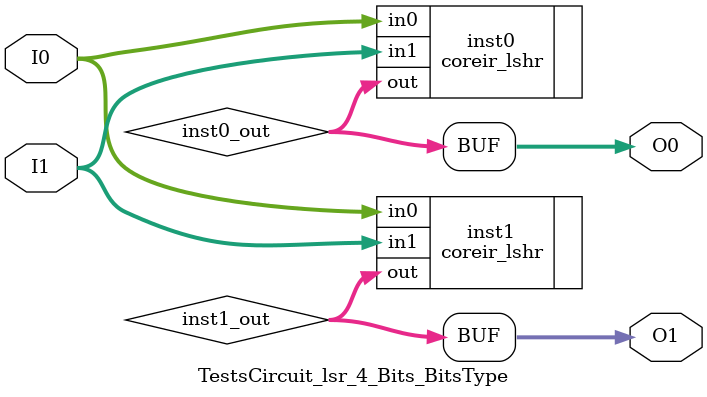
<source format=v>
module TestsCircuit_lsr_4_Bits_BitsType (input [3:0] I0, input [3:0] I1, output [3:0] O0, output [3:0] O1);
wire [3:0] inst0_out;
wire [3:0] inst1_out;
coreir_lshr inst0 (.in0(I0), .in1(I1), .out(inst0_out));
coreir_lshr inst1 (.in0(I0), .in1(I1), .out(inst1_out));
assign O0 = inst0_out;
assign O1 = inst1_out;
endmodule


</source>
